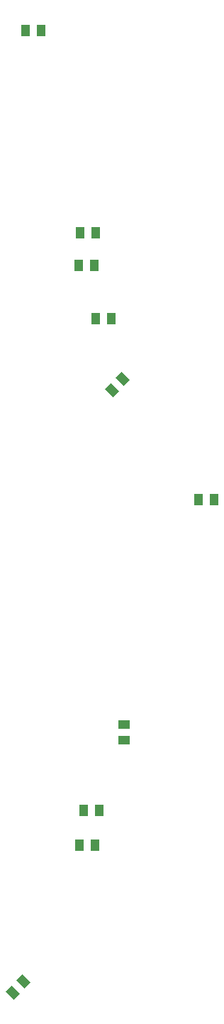
<source format=gbp>
G04*
G04 #@! TF.GenerationSoftware,Altium Limited,Altium Designer,21.8.1 (53)*
G04*
G04 Layer_Color=128*
%FSLAX25Y25*%
%MOIN*%
G70*
G04*
G04 #@! TF.SameCoordinates,F5C5D764-6AA7-4F14-928A-87DEF657E23D*
G04*
G04*
G04 #@! TF.FilePolarity,Positive*
G04*
G01*
G75*
%ADD29R,0.04000X0.05500*%
G04:AMPARAMS|DCode=70|XSize=40mil|YSize=55mil|CornerRadius=0mil|HoleSize=0mil|Usage=FLASHONLY|Rotation=225.000|XOffset=0mil|YOffset=0mil|HoleType=Round|Shape=Rectangle|*
%AMROTATEDRECTD70*
4,1,4,-0.00530,0.03359,0.03359,-0.00530,0.00530,-0.03359,-0.03359,0.00530,-0.00530,0.03359,0.0*
%
%ADD70ROTATEDRECTD70*%

%ADD71R,0.05500X0.04000*%
D29*
X357400Y271200D02*
D03*
X350000D02*
D03*
X357200Y543600D02*
D03*
X349800D02*
D03*
X359500Y287700D02*
D03*
X352100D02*
D03*
X324800Y654100D02*
D03*
X332200D02*
D03*
X413500Y433700D02*
D03*
X406100D02*
D03*
X365200Y518700D02*
D03*
X357800D02*
D03*
Y559100D02*
D03*
X350400D02*
D03*
D70*
X323816Y207316D02*
D03*
X318584Y202084D02*
D03*
X365301Y485025D02*
D03*
X370533Y490258D02*
D03*
D71*
X371100Y327900D02*
D03*
Y320500D02*
D03*
M02*

</source>
